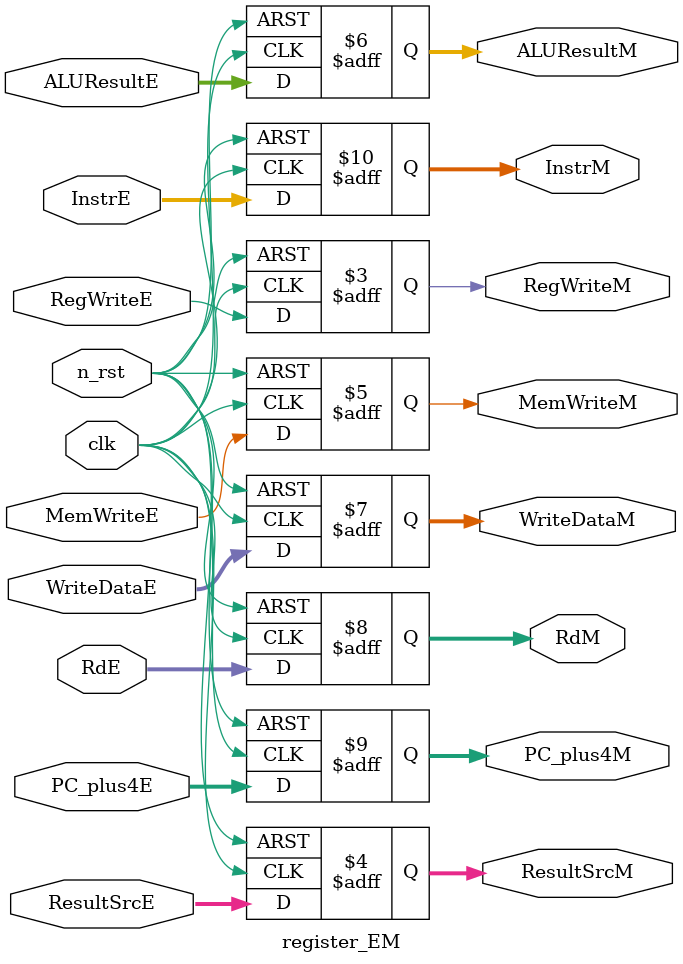
<source format=sv>
module register_EM (
    input clk,
    input n_rst,
    input RegWriteE,
    input [1:0] ResultSrcE,
    input MemWriteE,
    input [31:0] ALUResultE,
    input [31:0] WriteDataE,
    input [4:0] RdE,
    input [31:0] PC_plus4E,
    input [31:0] InstrE,

    output reg RegWriteM,
    output reg [1:0] ResultSrcM,
    output reg MemWriteM,
    output reg [31:0] ALUResultM,
    output reg [31:0] WriteDataM,
    output reg [4:0] RdM,
    output reg [31:0] PC_plus4M,
    output reg [31:0] InstrM
);
    

    always@(posedge clk or negedge n_rst) begin
        if(!n_rst) begin
            RegWriteM <= 1'b0;
            ResultSrcM <= 2'h0;
            MemWriteM <= 1'b0;
            ALUResultM <= 32'd0;
            WriteDataM <= 32'd0;
            PC_plus4M <= 32'd0;
            RdM <= 5'd0;
            InstrM <= 32'd0;
        end
        else begin
            RegWriteM <= RegWriteE;
            ResultSrcM <= ResultSrcE;
            MemWriteM <= MemWriteE;
            ALUResultM <= ALUResultE;
            WriteDataM <= WriteDataE;
            PC_plus4M <= PC_plus4E;
            RdM <= RdE;
            InstrM <= InstrE;
        end
    end

endmodule
</source>
